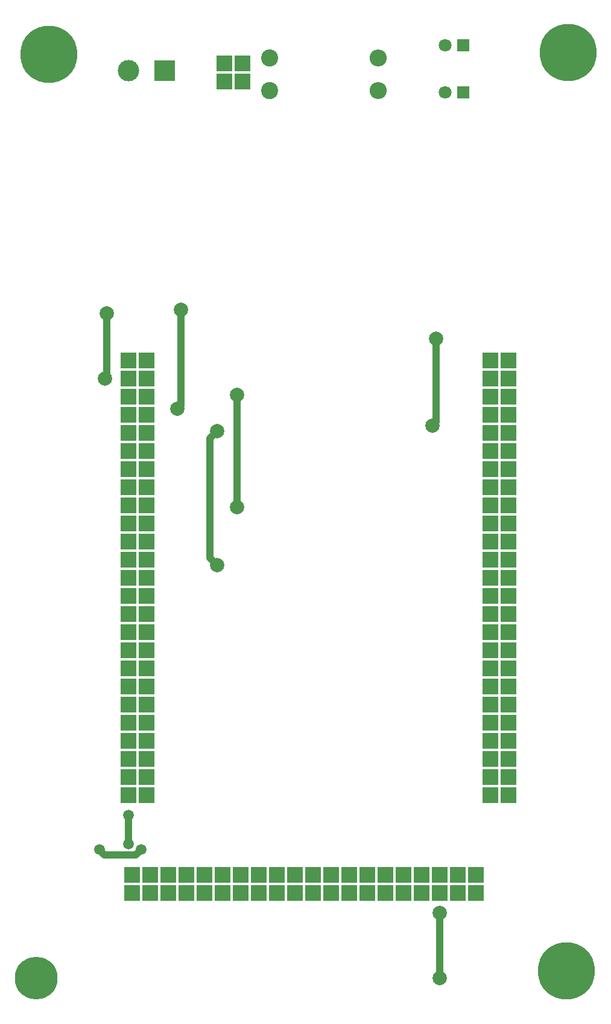
<source format=gbr>
G04 #@! TF.GenerationSoftware,KiCad,Pcbnew,(5.1.2)-2*
G04 #@! TF.CreationDate,2020-05-16T03:45:46+07:00*
G04 #@! TF.ProjectId,STM_SHIELD_V1,53544d5f-5348-4494-954c-445f56312e6b,rev?*
G04 #@! TF.SameCoordinates,Original*
G04 #@! TF.FileFunction,Copper,L1,Top*
G04 #@! TF.FilePolarity,Positive*
%FSLAX46Y46*%
G04 Gerber Fmt 4.6, Leading zero omitted, Abs format (unit mm)*
G04 Created by KiCad (PCBNEW (5.1.2)-2) date 2020-05-16 03:45:46*
%MOMM*%
%LPD*%
G04 APERTURE LIST*
%ADD10R,1.800000X1.800000*%
%ADD11C,1.800000*%
%ADD12R,2.200000X2.200000*%
%ADD13R,3.000000X3.000000*%
%ADD14C,3.000000*%
%ADD15C,2.400000*%
%ADD16O,2.400000X2.400000*%
%ADD17C,8.000000*%
%ADD18C,6.000000*%
%ADD19C,2.000000*%
%ADD20C,1.500000*%
%ADD21C,1.000000*%
G04 APERTURE END LIST*
D10*
X106680000Y-17272000D03*
D11*
X104140000Y-17272000D03*
X104140000Y-23876000D03*
D10*
X106680000Y-23876000D03*
D12*
X59690000Y-61468000D03*
X62230000Y-61468000D03*
X59690000Y-64008000D03*
X62230000Y-64008000D03*
X59690000Y-66548000D03*
X62230000Y-66548000D03*
X59690000Y-69088000D03*
X62230000Y-69088000D03*
X59690000Y-71628000D03*
X62230000Y-71628000D03*
X59690000Y-74168000D03*
X62230000Y-74168000D03*
X59690000Y-76708000D03*
X62230000Y-76708000D03*
X59690000Y-79248000D03*
X62230000Y-79248000D03*
X59690000Y-81788000D03*
X62230000Y-81788000D03*
X59690000Y-84328000D03*
X62230000Y-84328000D03*
X59690000Y-86868000D03*
X62230000Y-86868000D03*
X59690000Y-89408000D03*
X62230000Y-89408000D03*
X59690000Y-91948000D03*
X62230000Y-91948000D03*
X59690000Y-94488000D03*
X62230000Y-94488000D03*
X59690000Y-97028000D03*
X62230000Y-97028000D03*
X59690000Y-99568000D03*
X62230000Y-99568000D03*
X59690000Y-102108000D03*
X62230000Y-102108000D03*
X59690000Y-104648000D03*
X62230000Y-104648000D03*
X59690000Y-107188000D03*
X62230000Y-107188000D03*
X59690000Y-109728000D03*
X62230000Y-109728000D03*
X59690000Y-112268000D03*
X62230000Y-112268000D03*
X59690000Y-114808000D03*
X62230000Y-114808000D03*
X59690000Y-117348000D03*
X62230000Y-117348000D03*
X59690000Y-119888000D03*
X62230000Y-119888000D03*
X59690000Y-122428000D03*
X62230000Y-122428000D03*
X108458000Y-133604000D03*
X108458000Y-136144000D03*
X105918000Y-133604000D03*
X105918000Y-136144000D03*
X103378000Y-133604000D03*
X103378000Y-136144000D03*
X100838000Y-133604000D03*
X100838000Y-136144000D03*
X98298000Y-133604000D03*
X98298000Y-136144000D03*
X95758000Y-133604000D03*
X95758000Y-136144000D03*
X93218000Y-133604000D03*
X93218000Y-136144000D03*
X90678000Y-133604000D03*
X90678000Y-136144000D03*
X88138000Y-133604000D03*
X88138000Y-136144000D03*
X85598000Y-133604000D03*
X85598000Y-136144000D03*
X83058000Y-133604000D03*
X83058000Y-136144000D03*
X80518000Y-133604000D03*
X80518000Y-136144000D03*
X77978000Y-133604000D03*
X77978000Y-136144000D03*
X75438000Y-133604000D03*
X75438000Y-136144000D03*
X72898000Y-133604000D03*
X72898000Y-136144000D03*
X70358000Y-133604000D03*
X70358000Y-136144000D03*
X67818000Y-133604000D03*
X67818000Y-136144000D03*
X65278000Y-133604000D03*
X65278000Y-136144000D03*
X62738000Y-133604000D03*
X62738000Y-136144000D03*
X60198000Y-133604000D03*
X60198000Y-136144000D03*
X113030000Y-122428000D03*
X110490000Y-122428000D03*
X113030000Y-119888000D03*
X110490000Y-119888000D03*
X113030000Y-117348000D03*
X110490000Y-117348000D03*
X113030000Y-114808000D03*
X110490000Y-114808000D03*
X113030000Y-112268000D03*
X110490000Y-112268000D03*
X113030000Y-109728000D03*
X110490000Y-109728000D03*
X113030000Y-107188000D03*
X110490000Y-107188000D03*
X113030000Y-104648000D03*
X110490000Y-104648000D03*
X113030000Y-102108000D03*
X110490000Y-102108000D03*
X113030000Y-99568000D03*
X110490000Y-99568000D03*
X113030000Y-97028000D03*
X110490000Y-97028000D03*
X113030000Y-94488000D03*
X110490000Y-94488000D03*
X113030000Y-91948000D03*
X110490000Y-91948000D03*
X113030000Y-89408000D03*
X110490000Y-89408000D03*
X113030000Y-86868000D03*
X110490000Y-86868000D03*
X113030000Y-84328000D03*
X110490000Y-84328000D03*
X113030000Y-81788000D03*
X110490000Y-81788000D03*
X113030000Y-79248000D03*
X110490000Y-79248000D03*
X113030000Y-76708000D03*
X110490000Y-76708000D03*
X113030000Y-74168000D03*
X110490000Y-74168000D03*
X113030000Y-71628000D03*
X110490000Y-71628000D03*
X113030000Y-69088000D03*
X110490000Y-69088000D03*
X113030000Y-66548000D03*
X110490000Y-66548000D03*
X113030000Y-64008000D03*
X110490000Y-64008000D03*
X113030000Y-61468000D03*
X110490000Y-61468000D03*
D13*
X64770000Y-20828000D03*
D14*
X59690000Y-20828000D03*
D12*
X73152000Y-22352000D03*
X75692000Y-22352000D03*
X73152000Y-19812000D03*
X75692000Y-19812000D03*
D15*
X79502000Y-19050000D03*
D16*
X94742000Y-19050000D03*
X94742000Y-23622000D03*
D15*
X79502000Y-23622000D03*
D17*
X121412000Y-18288000D03*
X48514000Y-18542000D03*
D18*
X46736000Y-148082000D03*
D17*
X121158000Y-147066000D03*
D19*
X72136000Y-90170000D03*
X72136000Y-71374000D03*
X67056000Y-54356000D03*
X66627001Y-68246999D03*
X74930000Y-66294000D03*
X74930000Y-82042000D03*
D20*
X61468000Y-130048000D03*
X55626000Y-130048000D03*
X59690000Y-125222000D03*
X59690000Y-129286000D03*
D19*
X103378000Y-138938000D03*
X103378000Y-148082000D03*
X102870000Y-58420000D03*
X102362000Y-70612000D03*
X56388000Y-64008000D03*
X56642000Y-54864000D03*
D21*
X71136001Y-89170001D02*
X72136000Y-90170000D01*
X71136001Y-72373999D02*
X71136001Y-89170001D01*
X72136000Y-71374000D02*
X71136001Y-72373999D01*
X67056000Y-67818000D02*
X66627001Y-68246999D01*
X67056000Y-54356000D02*
X67056000Y-67818000D01*
X74930000Y-66294000D02*
X74930000Y-82042000D01*
X56375999Y-130797999D02*
X55626000Y-130048000D01*
X60718001Y-130797999D02*
X56375999Y-130797999D01*
X61468000Y-130048000D02*
X60718001Y-130797999D01*
X59690000Y-125222000D02*
X59690000Y-129286000D01*
X103378000Y-138938000D02*
X103378000Y-148082000D01*
X102870000Y-70104000D02*
X102362000Y-70612000D01*
X102870000Y-58420000D02*
X102870000Y-70104000D01*
X56642000Y-63754000D02*
X56388000Y-64008000D01*
X56642000Y-54864000D02*
X56642000Y-63754000D01*
M02*

</source>
